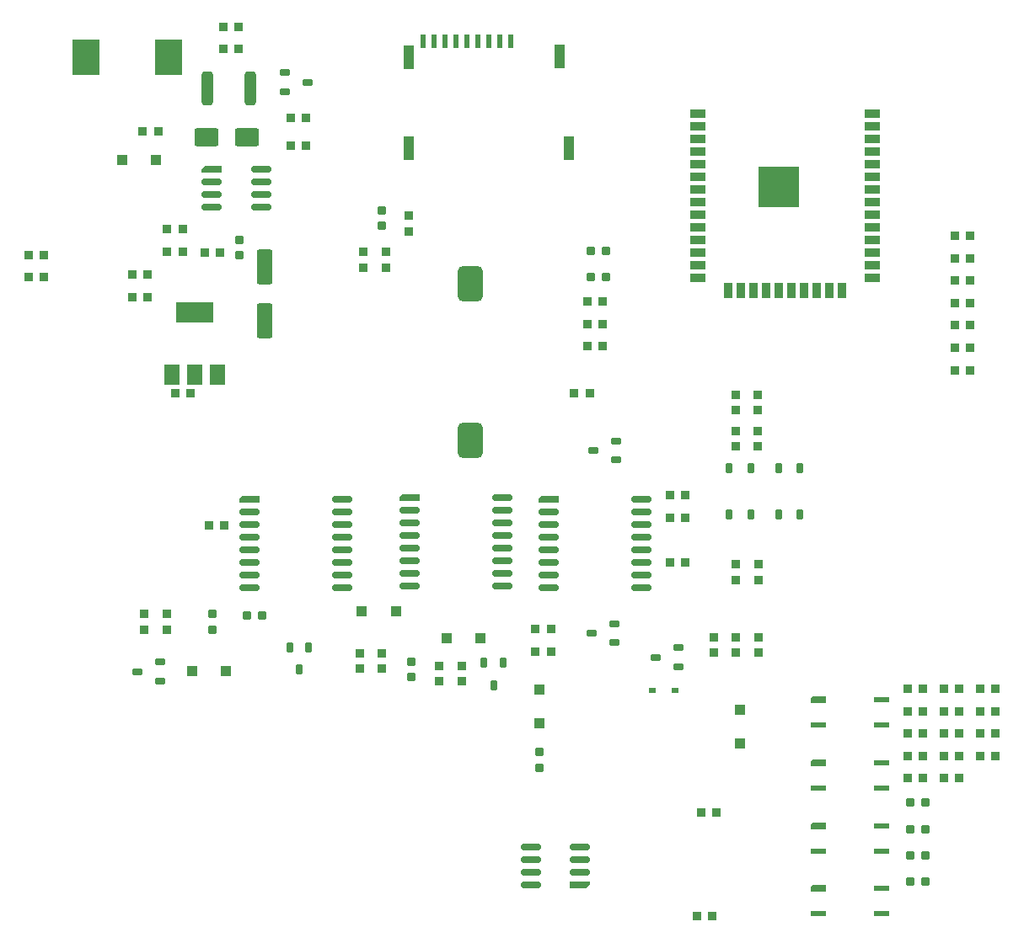
<source format=gbr>
%TF.GenerationSoftware,KiCad,Pcbnew,9.0.2*%
%TF.CreationDate,2025-09-14T14:50:59+07:00*%
%TF.ProjectId,train1,74726169-6e31-42e6-9b69-6361645f7063,rev?*%
%TF.SameCoordinates,Original*%
%TF.FileFunction,Paste,Top*%
%TF.FilePolarity,Positive*%
%FSLAX46Y46*%
G04 Gerber Fmt 4.6, Leading zero omitted, Abs format (unit mm)*
G04 Created by KiCad (PCBNEW 9.0.2) date 2025-09-14 14:50:59*
%MOMM*%
%LPD*%
G01*
G04 APERTURE LIST*
G04 Aperture macros list*
%AMRoundRect*
0 Rectangle with rounded corners*
0 $1 Rounding radius*
0 $2 $3 $4 $5 $6 $7 $8 $9 X,Y pos of 4 corners*
0 Add a 4 corners polygon primitive as box body*
4,1,4,$2,$3,$4,$5,$6,$7,$8,$9,$2,$3,0*
0 Add four circle primitives for the rounded corners*
1,1,$1+$1,$2,$3*
1,1,$1+$1,$4,$5*
1,1,$1+$1,$6,$7*
1,1,$1+$1,$8,$9*
0 Add four rect primitives between the rounded corners*
20,1,$1+$1,$2,$3,$4,$5,0*
20,1,$1+$1,$4,$5,$6,$7,0*
20,1,$1+$1,$6,$7,$8,$9,0*
20,1,$1+$1,$8,$9,$2,$3,0*%
%AMOutline5P*
0 Free polygon, 5 corners , with rotation*
0 The origin of the aperture is its center*
0 number of corners: always 5*
0 $1 to $10 corner X, Y*
0 $11 Rotation angle, in degrees counterclockwise*
0 create outline with 5 corners*
4,1,5,$1,$2,$3,$4,$5,$6,$7,$8,$9,$10,$1,$2,$11*%
%AMOutline6P*
0 Free polygon, 6 corners , with rotation*
0 The origin of the aperture is its center*
0 number of corners: always 6*
0 $1 to $12 corner X, Y*
0 $13 Rotation angle, in degrees counterclockwise*
0 create outline with 6 corners*
4,1,6,$1,$2,$3,$4,$5,$6,$7,$8,$9,$10,$11,$12,$1,$2,$13*%
%AMOutline7P*
0 Free polygon, 7 corners , with rotation*
0 The origin of the aperture is its center*
0 number of corners: always 7*
0 $1 to $14 corner X, Y*
0 $15 Rotation angle, in degrees counterclockwise*
0 create outline with 7 corners*
4,1,7,$1,$2,$3,$4,$5,$6,$7,$8,$9,$10,$11,$12,$13,$14,$1,$2,$15*%
%AMOutline8P*
0 Free polygon, 8 corners , with rotation*
0 The origin of the aperture is its center*
0 number of corners: always 8*
0 $1 to $16 corner X, Y*
0 $17 Rotation angle, in degrees counterclockwise*
0 create outline with 8 corners*
4,1,8,$1,$2,$3,$4,$5,$6,$7,$8,$9,$10,$11,$12,$13,$14,$15,$16,$1,$2,$17*%
G04 Aperture macros list end*
%ADD10R,2.700000X3.600000*%
%ADD11RoundRect,0.275000X0.275000X0.275000X-0.275000X0.275000X-0.275000X-0.275000X0.275000X-0.275000X0*%
%ADD12RoundRect,0.180000X1.020000X0.720000X-1.020000X0.720000X-1.020000X-0.720000X1.020000X-0.720000X0*%
%ADD13RoundRect,0.085000X0.340000X0.365000X-0.340000X0.365000X-0.340000X-0.365000X0.340000X-0.365000X0*%
%ADD14RoundRect,0.085000X-0.340000X-0.365000X0.340000X-0.365000X0.340000X0.365000X-0.340000X0.365000X0*%
%ADD15RoundRect,0.250000X0.312500X1.450000X-0.312500X1.450000X-0.312500X-1.450000X0.312500X-1.450000X0*%
%ADD16RoundRect,0.127500X0.322500X-0.297500X0.322500X0.297500X-0.322500X0.297500X-0.322500X-0.297500X0*%
%ADD17RoundRect,0.150000X-0.825000X-0.150000X0.825000X-0.150000X0.825000X0.150000X-0.825000X0.150000X0*%
%ADD18Outline5P,-0.975000X0.000000X-0.675000X0.300000X0.975000X0.300000X0.975000X-0.300000X-0.975000X-0.300000X0.000000*%
%ADD19RoundRect,0.127500X-0.297500X-0.322500X0.297500X-0.322500X0.297500X0.322500X-0.297500X0.322500X0*%
%ADD20Outline5P,-0.750000X0.120000X-0.570000X0.300000X0.750000X0.300000X0.750000X-0.300000X-0.750000X-0.300000X0.000000*%
%ADD21R,1.500000X0.600000*%
%ADD22RoundRect,0.085000X0.365000X-0.340000X0.365000X0.340000X-0.365000X0.340000X-0.365000X-0.340000X0*%
%ADD23RoundRect,0.085000X-0.365000X0.340000X-0.365000X-0.340000X0.365000X-0.340000X0.365000X0.340000X0*%
%ADD24RoundRect,0.090000X-0.410000X-0.210000X0.410000X-0.210000X0.410000X0.210000X-0.410000X0.210000X0*%
%ADD25Outline5P,-1.025000X0.000000X-0.725000X0.300000X1.025000X0.300000X1.025000X-0.300000X-1.025000X-0.300000X0.000000*%
%ADD26RoundRect,0.150000X-0.875000X-0.150000X0.875000X-0.150000X0.875000X0.150000X-0.875000X0.150000X0*%
%ADD27RoundRect,0.275000X0.275000X-0.275000X0.275000X0.275000X-0.275000X0.275000X-0.275000X-0.275000X0*%
%ADD28RoundRect,0.162500X-0.162500X0.362500X-0.162500X-0.362500X0.162500X-0.362500X0.162500X0.362500X0*%
%ADD29RoundRect,0.090000X-0.210000X0.410000X-0.210000X-0.410000X0.210000X-0.410000X0.210000X0.410000X0*%
%ADD30RoundRect,0.647700X0.647700X-1.155700X0.647700X1.155700X-0.647700X1.155700X-0.647700X-1.155700X0*%
%ADD31R,1.500000X0.900000*%
%ADD32R,0.900000X1.500000*%
%ADD33R,4.100000X4.100000*%
%ADD34R,0.800000X0.600000*%
%ADD35RoundRect,0.090000X0.410000X0.210000X-0.410000X0.210000X-0.410000X-0.210000X0.410000X-0.210000X0*%
%ADD36R,0.620000X1.400000*%
%ADD37R,1.100000X2.400000*%
%ADD38RoundRect,0.250000X0.550000X-1.500000X0.550000X1.500000X-0.550000X1.500000X-0.550000X-1.500000X0*%
%ADD39R,1.500000X2.000000*%
%ADD40R,3.800000X2.000000*%
%ADD41Outline5P,-0.975000X0.000000X-0.675000X0.300000X0.975000X0.300000X0.975000X-0.300000X-0.975000X-0.300000X180.000000*%
%ADD42RoundRect,0.150000X0.825000X0.150000X-0.825000X0.150000X-0.825000X-0.150000X0.825000X-0.150000X0*%
%ADD43RoundRect,0.127500X0.297500X0.322500X-0.297500X0.322500X-0.297500X-0.322500X0.297500X-0.322500X0*%
G04 APERTURE END LIST*
D10*
%TO.C,L1*%
X170250000Y-35000000D03*
X178550000Y-35000000D03*
%TD*%
D11*
%TO.C,Z2*%
X177325000Y-45400000D03*
X173925000Y-45400000D03*
%TD*%
D12*
%TO.C,D2*%
X186400000Y-43100000D03*
X182350000Y-43100000D03*
%TD*%
D13*
%TO.C,C10*%
X175950000Y-42480000D03*
X177500000Y-42480000D03*
%TD*%
D14*
%TO.C,C14*%
X176435000Y-56900000D03*
X174885000Y-56900000D03*
%TD*%
D15*
%TO.C,F2*%
X182467500Y-38160000D03*
X186742500Y-38160000D03*
%TD*%
D14*
%TO.C,C17*%
X179975000Y-54600000D03*
X178425000Y-54600000D03*
%TD*%
%TO.C,R6*%
X183735000Y-54650000D03*
X182185000Y-54650000D03*
%TD*%
D16*
%TO.C,LE4*%
X185700000Y-54925000D03*
X185700000Y-53375000D03*
%TD*%
D14*
%TO.C,C16*%
X179975000Y-52350000D03*
X178425000Y-52350000D03*
%TD*%
%TO.C,C15*%
X176435000Y-59150000D03*
X174885000Y-59150000D03*
%TD*%
D13*
%TO.C,C8*%
X184025000Y-34200000D03*
X185575000Y-34200000D03*
%TD*%
D17*
%TO.C,U1*%
X187850000Y-46320000D03*
X187850000Y-47590000D03*
X187850000Y-48860000D03*
X187850000Y-50130000D03*
X182900000Y-50130000D03*
X182900000Y-48860000D03*
X182900000Y-47590000D03*
D18*
X182900000Y-46320000D03*
%TD*%
D14*
%TO.C,R17*%
X257975000Y-100805000D03*
X256425000Y-100805000D03*
%TD*%
%TO.C,C25*%
X254325000Y-103055000D03*
X252775000Y-103055000D03*
%TD*%
D19*
%TO.C,LE12*%
X253075000Y-117955000D03*
X254625000Y-117955000D03*
%TD*%
D20*
%TO.C,U9*%
X243850000Y-118635000D03*
D21*
X243850000Y-121175000D03*
X250200000Y-121175000D03*
X250200000Y-118635000D03*
%TD*%
D19*
%TO.C,LE2*%
X253075000Y-110005000D03*
X254625000Y-110005000D03*
%TD*%
D14*
%TO.C,C13*%
X254325000Y-100805000D03*
X252775000Y-100805000D03*
%TD*%
D19*
%TO.C,LE9*%
X253075000Y-115305000D03*
X254625000Y-115305000D03*
%TD*%
D21*
%TO.C,U8*%
X250200000Y-112310000D03*
X250200000Y-114850000D03*
X243850000Y-114850000D03*
D20*
X243850000Y-112310000D03*
%TD*%
D14*
%TO.C,R4*%
X254325000Y-107555000D03*
X252775000Y-107555000D03*
%TD*%
%TO.C,R3*%
X254325000Y-105305000D03*
X252775000Y-105305000D03*
%TD*%
D21*
%TO.C,U5*%
X250200000Y-99660000D03*
X250200000Y-102200000D03*
X243850000Y-102200000D03*
D20*
X243850000Y-99660000D03*
%TD*%
D14*
%TO.C,R20*%
X257975000Y-107555000D03*
X256425000Y-107555000D03*
%TD*%
%TO.C,R19*%
X257975000Y-105305000D03*
X256425000Y-105305000D03*
%TD*%
D21*
%TO.C,U6*%
X250200000Y-105985000D03*
X250200000Y-108525000D03*
X243850000Y-108525000D03*
D20*
X243850000Y-105985000D03*
%TD*%
D14*
%TO.C,R18*%
X257975000Y-103055000D03*
X256425000Y-103055000D03*
%TD*%
D19*
%TO.C,LE3*%
X253075000Y-112655000D03*
X254625000Y-112655000D03*
%TD*%
D22*
%TO.C,R1*%
X202650000Y-52525000D03*
X202650000Y-50975000D03*
%TD*%
%TO.C,R9*%
X197737500Y-96512499D03*
X197737500Y-94962499D03*
%TD*%
D14*
%TO.C,R36*%
X219325000Y-68800000D03*
X220875000Y-68800000D03*
%TD*%
D19*
%TO.C,LE14*%
X222490000Y-57150000D03*
X220940000Y-57150000D03*
%TD*%
D14*
%TO.C,C12*%
X252775000Y-98555000D03*
X254325000Y-98555000D03*
%TD*%
%TO.C,R38*%
X164500000Y-57150000D03*
X166050000Y-57150000D03*
%TD*%
D16*
%TO.C,LE8*%
X202900000Y-95812500D03*
X202900000Y-97362500D03*
%TD*%
D14*
%TO.C,R32*%
X257510000Y-64250000D03*
X259060000Y-64250000D03*
%TD*%
%TO.C,R23*%
X231625000Y-121400000D03*
X233175000Y-121400000D03*
%TD*%
D11*
%TO.C,D7*%
X180907500Y-96764999D03*
X184307500Y-96764999D03*
%TD*%
D23*
%TO.C,R14*%
X176119999Y-91040000D03*
X176119999Y-92590000D03*
%TD*%
D22*
%TO.C,C6*%
X198150000Y-56175000D03*
X198150000Y-54625000D03*
%TD*%
D13*
%TO.C,C11*%
X192390000Y-41100000D03*
X190840000Y-41100000D03*
%TD*%
D22*
%TO.C,R22*%
X237800000Y-87600000D03*
X237800000Y-86050000D03*
%TD*%
D14*
%TO.C,R11*%
X215415000Y-92530000D03*
X216965000Y-92530000D03*
%TD*%
D23*
%TO.C,C28*%
X235500000Y-68950000D03*
X235500000Y-70500000D03*
%TD*%
D24*
%TO.C,Q6*%
X190277500Y-36600000D03*
X190277500Y-38500000D03*
X192552500Y-37550000D03*
%TD*%
D25*
%TO.C,IC2*%
X202800000Y-79310000D03*
D26*
X202800000Y-80580000D03*
X202800000Y-81850000D03*
X202800000Y-83120000D03*
X202800000Y-84390000D03*
X202800000Y-85660000D03*
X202800000Y-86930000D03*
X202800000Y-88200000D03*
X212100000Y-88200000D03*
X212100000Y-86930000D03*
X212100000Y-85660000D03*
X212100000Y-84390000D03*
X212100000Y-83120000D03*
X212100000Y-81850000D03*
X212100000Y-80580000D03*
X212100000Y-79310000D03*
%TD*%
D22*
%TO.C,C7*%
X200400000Y-56175000D03*
X200400000Y-54625000D03*
%TD*%
D14*
%TO.C,C26*%
X257510000Y-53000000D03*
X259060000Y-53000000D03*
%TD*%
D27*
%TO.C,D6*%
X215800000Y-98600000D03*
X215800000Y-102000000D03*
%TD*%
D22*
%TO.C,C22*%
X233300000Y-94900000D03*
X233300000Y-93350000D03*
%TD*%
D28*
%TO.C,SW2*%
X237050000Y-76350000D03*
X237050000Y-81000000D03*
X234900000Y-76350000D03*
X234900000Y-81000000D03*
%TD*%
D29*
%TO.C,Q5*%
X212150000Y-95950000D03*
X210250000Y-95950000D03*
X211200000Y-98225000D03*
%TD*%
D14*
%TO.C,C31*%
X257510000Y-57500000D03*
X259060000Y-57500000D03*
%TD*%
D13*
%TO.C,R2*%
X185575000Y-31950000D03*
X184025000Y-31950000D03*
%TD*%
D14*
%TO.C,R7*%
X232050000Y-111000000D03*
X233600000Y-111000000D03*
%TD*%
%TO.C,C29*%
X257510000Y-55250000D03*
X259060000Y-55250000D03*
%TD*%
D23*
%TO.C,R35*%
X235500000Y-72600000D03*
X235500000Y-74150000D03*
%TD*%
D22*
%TO.C,R10*%
X199987500Y-96512499D03*
X199987500Y-94962499D03*
%TD*%
D14*
%TO.C,R29*%
X260075000Y-105305000D03*
X261625000Y-105305000D03*
%TD*%
D30*
%TO.C,BT1*%
X208899998Y-57775600D03*
X208899998Y-73574400D03*
%TD*%
D14*
%TO.C,R37*%
X164500000Y-54900000D03*
X166050000Y-54900000D03*
%TD*%
D31*
%TO.C,U10*%
X231750000Y-40715000D03*
X231750000Y-41985000D03*
X231750000Y-43255000D03*
X231750000Y-44525000D03*
X231750000Y-45795000D03*
X231750000Y-47065000D03*
X231750000Y-48335000D03*
X231750000Y-49605000D03*
X231750000Y-50875000D03*
X231750000Y-52145000D03*
X231750000Y-53415000D03*
X231750000Y-54685000D03*
X231750000Y-55955000D03*
X231750000Y-57225000D03*
D32*
X234780000Y-58475000D03*
X236050000Y-58475000D03*
X237320000Y-58475000D03*
X238590000Y-58475000D03*
X239860000Y-58475000D03*
X241130000Y-58475000D03*
X242400000Y-58475000D03*
X243670000Y-58475000D03*
X244940000Y-58475000D03*
X246210000Y-58475000D03*
D31*
X249250000Y-57225000D03*
X249250000Y-55955000D03*
X249250000Y-54685000D03*
X249250000Y-53415000D03*
X249250000Y-52145000D03*
X249250000Y-50875000D03*
X249250000Y-49605000D03*
X249250000Y-48335000D03*
X249250000Y-47065000D03*
X249250000Y-45795000D03*
X249250000Y-44525000D03*
X249250000Y-43255000D03*
X249250000Y-41985000D03*
X249250000Y-40715000D03*
D33*
X239820000Y-48055000D03*
%TD*%
D11*
%TO.C,D5*%
X197987500Y-90737499D03*
X201387500Y-90737499D03*
%TD*%
D34*
%TO.C,D3*%
X229440400Y-98745000D03*
X227160400Y-98745000D03*
%TD*%
D14*
%TO.C,R33*%
X257510000Y-66500000D03*
X259060000Y-66500000D03*
%TD*%
D22*
%TO.C,R15*%
X205750000Y-97775000D03*
X205750000Y-96225000D03*
%TD*%
D35*
%TO.C,D4*%
X223529000Y-75524558D03*
X223529000Y-73624558D03*
X221254000Y-74574558D03*
%TD*%
D36*
%TO.C,J6*%
X212905000Y-33400000D03*
X211805000Y-33400000D03*
X210705000Y-33400000D03*
X209605000Y-33400000D03*
X208505000Y-33400000D03*
X207405000Y-33400000D03*
X206305000Y-33400000D03*
X205205000Y-33400000D03*
X204105000Y-33400000D03*
D37*
X202725000Y-35025000D03*
X202725000Y-44205000D03*
X217825000Y-34950000D03*
X218800000Y-44200000D03*
%TD*%
D27*
%TO.C,Z1*%
X235985000Y-100670000D03*
X235985000Y-104070000D03*
%TD*%
D14*
%TO.C,C33*%
X220640000Y-64100000D03*
X222190000Y-64100000D03*
%TD*%
D22*
%TO.C,C23*%
X235550000Y-94900000D03*
X235550000Y-93350000D03*
%TD*%
D14*
%TO.C,R8*%
X228905000Y-85837893D03*
X230455000Y-85837893D03*
%TD*%
D16*
%TO.C,LE6*%
X215815000Y-104930000D03*
X215815000Y-106480000D03*
%TD*%
%TO.C,LE7*%
X182969999Y-91040000D03*
X182969999Y-92590000D03*
%TD*%
D22*
%TO.C,C24*%
X237800000Y-94900000D03*
X237800000Y-93350000D03*
%TD*%
D38*
%TO.C,C5*%
X188200000Y-61500000D03*
X188200000Y-56100000D03*
%TD*%
D39*
%TO.C,U2*%
X178900000Y-67000000D03*
X181200000Y-67000000D03*
D40*
X181200000Y-60700000D03*
D39*
X183500000Y-67000000D03*
%TD*%
D14*
%TO.C,C19*%
X228905000Y-81337893D03*
X230455000Y-81337893D03*
%TD*%
D23*
%TO.C,R34*%
X237750000Y-72600000D03*
X237750000Y-74150000D03*
%TD*%
D22*
%TO.C,R16*%
X208000000Y-97775000D03*
X208000000Y-96225000D03*
%TD*%
D11*
%TO.C,D8*%
X206470000Y-93440000D03*
X209870000Y-93440000D03*
%TD*%
D14*
%TO.C,C30*%
X220640000Y-59600000D03*
X222190000Y-59600000D03*
%TD*%
D22*
%TO.C,R21*%
X235550000Y-87600000D03*
X235550000Y-86050000D03*
%TD*%
D14*
%TO.C,R30*%
X257510000Y-59750000D03*
X259060000Y-59750000D03*
%TD*%
%TO.C,C18*%
X228905000Y-79087893D03*
X230455000Y-79087893D03*
%TD*%
%TO.C,R5*%
X256425000Y-98555000D03*
X257975000Y-98555000D03*
%TD*%
D19*
%TO.C,LE13*%
X222490000Y-54500000D03*
X220940000Y-54500000D03*
%TD*%
D14*
%TO.C,R26*%
X260075000Y-98555000D03*
X261625000Y-98555000D03*
%TD*%
D29*
%TO.C,Q2*%
X192637500Y-94349999D03*
X190737500Y-94349999D03*
X191687500Y-96624999D03*
%TD*%
D14*
%TO.C,R27*%
X260075000Y-100805000D03*
X261625000Y-100805000D03*
%TD*%
D41*
%TO.C,U4*%
X219900000Y-118280000D03*
D42*
X219900000Y-117010000D03*
X219900000Y-115740000D03*
X219900000Y-114470000D03*
X214950000Y-114470000D03*
X214950000Y-115740000D03*
X214950000Y-117010000D03*
X214950000Y-118280000D03*
%TD*%
D35*
%TO.C,Q3*%
X223352500Y-93880000D03*
X223352500Y-91980000D03*
X221077500Y-92930000D03*
%TD*%
D23*
%TO.C,C27*%
X237750000Y-68950000D03*
X237750000Y-70500000D03*
%TD*%
D14*
%TO.C,C21*%
X182605000Y-82156393D03*
X184155000Y-82156393D03*
%TD*%
D25*
%TO.C,IC1*%
X216750000Y-79501500D03*
D26*
X216750000Y-80771500D03*
X216750000Y-82041500D03*
X216750000Y-83311500D03*
X216750000Y-84581500D03*
X216750000Y-85851500D03*
X216750000Y-87121500D03*
X216750000Y-88391500D03*
X226050000Y-88391500D03*
X226050000Y-87121500D03*
X226050000Y-85851500D03*
X226050000Y-84581500D03*
X226050000Y-83311500D03*
X226050000Y-82041500D03*
X226050000Y-80771500D03*
X226050000Y-79501500D03*
%TD*%
D23*
%TO.C,R13*%
X178369999Y-91040000D03*
X178369999Y-92590000D03*
%TD*%
D35*
%TO.C,Q1*%
X229752500Y-96320000D03*
X229752500Y-94420000D03*
X227477500Y-95370000D03*
%TD*%
D13*
%TO.C,C9*%
X192390000Y-43950000D03*
X190840000Y-43950000D03*
%TD*%
D14*
%TO.C,C20*%
X179240000Y-68856393D03*
X180790000Y-68856393D03*
%TD*%
%TO.C,C32*%
X220640000Y-61850000D03*
X222190000Y-61850000D03*
%TD*%
%TO.C,R28*%
X260075000Y-103055000D03*
X261625000Y-103055000D03*
%TD*%
D28*
%TO.C,SW1*%
X242000000Y-76350000D03*
X242000000Y-81000000D03*
X239850000Y-76350000D03*
X239850000Y-81000000D03*
%TD*%
D35*
%TO.C,Q4*%
X177707500Y-97764999D03*
X177707500Y-95864999D03*
X175432500Y-96814999D03*
%TD*%
D14*
%TO.C,R12*%
X215415000Y-94780000D03*
X216965000Y-94780000D03*
%TD*%
D25*
%TO.C,U3*%
X186700000Y-79520000D03*
D26*
X186700000Y-80790000D03*
X186700000Y-82060000D03*
X186700000Y-83330000D03*
X186700000Y-84600000D03*
X186700000Y-85870000D03*
X186700000Y-87140000D03*
X186700000Y-88410000D03*
X196000000Y-88410000D03*
X196000000Y-87140000D03*
X196000000Y-85870000D03*
X196000000Y-84600000D03*
X196000000Y-83330000D03*
X196000000Y-82060000D03*
X196000000Y-80790000D03*
X196000000Y-79520000D03*
%TD*%
D16*
%TO.C,LE1*%
X199950000Y-50460000D03*
X199950000Y-52010000D03*
%TD*%
D43*
%TO.C,LE5*%
X186412500Y-91177499D03*
X187962500Y-91177499D03*
%TD*%
D14*
%TO.C,R31*%
X257510000Y-62000000D03*
X259060000Y-62000000D03*
%TD*%
M02*

</source>
